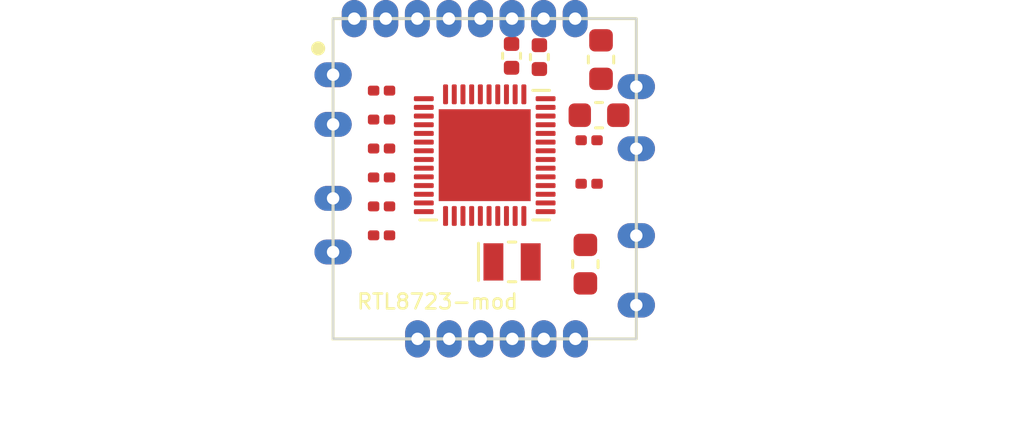
<source format=kicad_pcb>
(kicad_pcb (version 20210126) (generator pcbnew)
  (layers (0 "F.Cu" signal) (31 "B.Cu" signal) (34 "B.Paste" user) (35 "F.Paste" user) (36 "B.SilkS" user "B.Silkscreen") (37 "F.SilkS" user "F.Silkscreen") (38 "B.Mask" user) (39 "F.Mask" user) (44 "Edge.Cuts" user))
  (net 0 "")
  (footprint "Capacitor_SMD:C_0402_1005Metric" (layer "F.Cu") (at 141.4 82.15 90)
    (fp_text reference "C12" hide)
    (fp_text value "med")
    (fp_line (start -0.107836 0.36) (end 0.107836 0.36) (layer "F.SilkS") (width 0.12))
    (fp_line (start -0.107836 -0.36) (end 0.107836 -0.36) (layer "F.SilkS") (width 0.12))
    (pad "1" smd roundrect (at -0.48 0 90) (size 0.56 0.62) (layers "F.Cu" "F.Paste" "F.Mask"))
    (pad "2" smd roundrect (at 0.48 0 90) (size 0.56 0.62) (layers "F.Cu" "F.Paste" "F.Mask"))
  )
  (footprint "Capacitor_SMD:C_0201_0603Metric" (layer "F.Cu") (at 135.05 85.832 180)
    (fp_text reference "C1" hide)
    (fp_text value "tiny")
    (pad "1" smd roundrect (at -0.32 0 180) (size 0.46 0.4) (layers "F.Cu" "F.Mask"))
    (pad "2" smd roundrect (at 0.32 0 180) (size 0.46 0.4) (layers "F.Cu" "F.Mask"))
  )
  (footprint "Capacitor_SMD:C_0603_1608Metric" (layer "F.Cu") (at 143.88 82.25 90)
    (fp_text reference "C13" hide)
    (fp_text value "big")
    (fp_line (start -0.14058 0.51) (end 0.14058 0.51) (layer "F.SilkS") (width 0.12))
    (fp_line (start -0.14058 -0.51) (end 0.14058 -0.51) (layer "F.SilkS") (width 0.12))
    (pad "1" smd roundrect (at -0.775 0 90) (size 0.9 0.95) (layers "F.Cu" "F.Paste" "F.Mask"))
    (pad "2" smd roundrect (at 0.775 0 90) (size 0.9 0.95) (layers "F.Cu" "F.Paste" "F.Mask"))
  )
  (footprint "Capacitor_SMD:C_0603_1608Metric" (layer "F.Cu") (at 143.25 90.49 90)
    (fp_text reference "C10" hide)
    (fp_text value "big")
    (fp_line (start -0.14058 0.51) (end 0.14058 0.51) (layer "F.SilkS") (width 0.12))
    (fp_line (start -0.14058 -0.51) (end 0.14058 -0.51) (layer "F.SilkS") (width 0.12))
    (pad "1" smd roundrect (at -0.775 0 90) (size 0.9 0.95) (layers "F.Cu" "F.Paste" "F.Mask"))
    (pad "2" smd roundrect (at 0.775 0 90) (size 0.9 0.95) (layers "F.Cu" "F.Paste" "F.Mask"))
  )
  (footprint "Capacitor_SMD:C_0201_0603Metric" (layer "F.Cu") (at 135.05 88.164 180)
    (fp_text reference "C5" hide)
    (fp_text value "tiny")
    (pad "1" smd roundrect (at -0.32 0 180) (size 0.46 0.4) (layers "F.Cu" "F.Mask"))
    (pad "2" smd roundrect (at 0.32 0 180) (size 0.46 0.4) (layers "F.Cu" "F.Mask"))
  )
  (footprint "et-parts:FSC-BW112D" (layer "F.Cu") (at 133.1 93.5)
    (fp_text reference "U1" hide)
    (fp_text value "FSC-BW112D")
    (fp_rect (start 0 0) (end 12.2 -12.9) (layer "F.SilkS") (width 0.12) (fill none))
    (fp_circle (center -0.6 -11.7) (end -0.376393 -11.7) (layer "F.SilkS") (width 0.12) (fill solid))
    (pad "1" thru_hole oval (at 0 -10.64) (size 1.5 1) (drill 0.5) (layers *.Cu *.Mask))
    (pad "2" thru_hole oval (at 0 -8.64) (size 1.5 1) (drill 0.5) (layers *.Cu *.Mask))
    (pad "3" thru_hole oval (at 0 -5.66) (size 1.5 1) (drill 0.5) (layers *.Cu *.Mask))
    (pad "4" thru_hole oval (at 0 -3.5) (size 1.5 1) (drill 0.5) (layers *.Cu *.Mask))
    (pad "5" thru_hole oval (at 3.4 0 90) (size 1.5 1) (drill 0.5) (layers *.Cu *.Mask))
    (pad "6" thru_hole oval (at 4.67 0 90) (size 1.5 1) (drill 0.5) (layers *.Cu *.Mask))
    (pad "7" thru_hole oval (at 5.94 0 90) (size 1.5 1) (drill 0.5) (layers *.Cu *.Mask))
    (pad "8" thru_hole oval (at 7.21 0 90) (size 1.5 1) (drill 0.5) (layers *.Cu *.Mask))
    (pad "9" thru_hole oval (at 8.48 0 90) (size 1.5 1) (drill 0.5) (layers *.Cu *.Mask))
    (pad "10" thru_hole oval (at 9.75 0 90) (size 1.5 1) (drill 0.5) (layers *.Cu *.Mask))
    (pad "11" thru_hole oval (at 12.2 -1.36) (size 1.5 1) (drill 0.5) (layers *.Cu *.Mask))
    (pad "12" thru_hole oval (at 12.2 -4.16) (size 1.5 1) (drill 0.5) (layers *.Cu *.Mask))
    (pad "13" thru_hole oval (at 12.2 -7.66) (size 1.5 1) (drill 0.5) (layers *.Cu *.Mask))
    (pad "14" thru_hole oval (at 12.2 -10.16) (size 1.5 1) (drill 0.5) (layers *.Cu *.Mask))
    (pad "15" thru_hole oval (at 9.74 -12.9 90) (size 1.5 1) (drill 0.5) (layers *.Cu *.Mask))
    (pad "16" thru_hole oval (at 8.47 -12.9 90) (size 1.5 1) (drill 0.5) (layers *.Cu *.Mask))
    (pad "17" thru_hole oval (at 7.2 -12.9 90) (size 1.5 1) (drill 0.5) (layers *.Cu *.Mask))
    (pad "18" thru_hole oval (at 5.93 -12.9 90) (size 1.5 1) (drill 0.5) (layers *.Cu *.Mask))
    (pad "19" thru_hole oval (at 4.66 -12.9 90) (size 1.5 1) (drill 0.5) (layers *.Cu *.Mask))
    (pad "20" thru_hole oval (at 3.39 -12.9 90) (size 1.5 1) (drill 0.5) (layers *.Cu *.Mask))
    (pad "21" thru_hole oval (at 2.12 -12.9 90) (size 1.5 1) (drill 0.5) (layers *.Cu *.Mask))
    (pad "22" thru_hole oval (at 0.85 -12.9 90) (size 1.5 1) (drill 0.5) (layers *.Cu *.Mask))
  )
  (footprint "Capacitor_SMD:C_0201_0603Metric" (layer "F.Cu") (at 135.05 83.5 180)
    (fp_text reference "C6" hide)
    (fp_text value "tiny")
    (pad "1" smd roundrect (at -0.32 0 180) (size 0.46 0.4) (layers "F.Cu" "F.Mask"))
    (pad "2" smd roundrect (at 0.32 0 180) (size 0.46 0.4) (layers "F.Cu" "F.Mask"))
  )
  (footprint "Capacitor_SMD:C_0603_1608Metric" (layer "F.Cu") (at 143.8 84.49)
    (fp_text reference "C9" hide)
    (fp_text value "big")
    (fp_line (start -0.14058 -0.51) (end 0.14058 -0.51) (layer "F.SilkS") (width 0.12))
    (fp_line (start -0.14058 0.51) (end 0.14058 0.51) (layer "F.SilkS") (width 0.12))
    (pad "1" smd roundrect (at -0.775 0) (size 0.9 0.95) (layers "F.Cu" "F.Paste" "F.Mask"))
    (pad "2" smd roundrect (at 0.775 0) (size 0.9 0.95) (layers "F.Cu" "F.Paste" "F.Mask"))
  )
  (footprint "Crystal:Crystal_SMD_MicroCrystal_CC8V-T1A-2Pin_2.0x1.2mm" (layer "F.Cu") (at 140.3 90.4)
    (fp_text reference "REF**" hide)
    (fp_text value "Crystal_SMD_MicroCrystal_CC8V-T1A-2Pin_2.0x1.2mm")
    (fp_line (start -1.35 -0.75) (end -1.35 0.75) (layer "F.SilkS") (width 0.12))
    (fp_line (start -0.15 -0.8) (end 0.15 -0.8) (layer "F.SilkS") (width 0.12))
    (fp_line (start -0.15 0.8) (end 0.15 0.8) (layer "F.SilkS") (width 0.12))
    (pad "1" smd rect (at -0.75 0) (size 0.8 1.5) (layers "F.Cu" "F.Paste" "F.Mask"))
    (pad "2" smd rect (at 0.75 0) (size 0.8 1.5) (layers "F.Cu" "F.Paste" "F.Mask"))
  )
  (footprint "Capacitor_SMD:C_0201_0603Metric" (layer "F.Cu") (at 135.05 84.666 180)
    (fp_text reference "C4" hide)
    (fp_text value "tiny")
    (pad "1" smd roundrect (at -0.32 0 180) (size 0.46 0.4) (layers "F.Cu" "F.Mask"))
    (pad "2" smd roundrect (at 0.32 0 180) (size 0.46 0.4) (layers "F.Cu" "F.Mask"))
  )
  (footprint "Capacitor_SMD:C_0201_0603Metric" (layer "F.Cu") (at 135.05 89.33 180)
    (fp_text reference "C2" hide)
    (fp_text value "tiny")
    (pad "1" smd roundrect (at -0.32 0 180) (size 0.46 0.4) (layers "F.Cu" "F.Mask"))
    (pad "2" smd roundrect (at 0.32 0 180) (size 0.46 0.4) (layers "F.Cu" "F.Mask"))
  )
  (footprint "Capacitor_SMD:C_0402_1005Metric" (layer "F.Cu") (at 140.28 82.1 90)
    (fp_text reference "C11" hide)
    (fp_text value "med")
    (fp_line (start -0.107836 -0.36) (end 0.107836 -0.36) (layer "F.SilkS") (width 0.12))
    (fp_line (start -0.107836 0.36) (end 0.107836 0.36) (layer "F.SilkS") (width 0.12))
    (pad "1" smd roundrect (at -0.48 0 90) (size 0.56 0.62) (layers "F.Cu" "F.Paste" "F.Mask"))
    (pad "2" smd roundrect (at 0.48 0 90) (size 0.56 0.62) (layers "F.Cu" "F.Paste" "F.Mask"))
  )
  (footprint "Capacitor_SMD:C_0201_0603Metric" (layer "F.Cu") (at 143.4 85.5 180)
    (fp_text reference "C8" hide)
    (fp_text value "tiny")
    (pad "1" smd roundrect (at -0.32 0 180) (size 0.46 0.4) (layers "F.Cu" "F.Mask"))
    (pad "2" smd roundrect (at 0.32 0 180) (size 0.46 0.4) (layers "F.Cu" "F.Mask"))
  )
  (footprint "Capacitor_SMD:C_0201_0603Metric" (layer "F.Cu") (at 135.05 86.998 180)
    (fp_text reference "C7" hide)
    (fp_text value "tiny")
    (pad "1" smd roundrect (at -0.32 0 180) (size 0.46 0.4) (layers "F.Cu" "F.Mask"))
    (pad "2" smd roundrect (at 0.32 0 180) (size 0.46 0.4) (layers "F.Cu" "F.Mask"))
  )
  (footprint "Package_DFN_QFN:QFN-48-1EP_5x5mm_P0.35mm_EP3.7x3.7mm" (layer "F.Cu") (at 139.2 86.1)
    (fp_text reference "REF**" hide)
    (fp_text value "QFN-48-1EP_5x5mm_P0.35mm_EP3.7x3.7mm")
    (fp_line (start 1.935 -2.61) (end 2.61 -2.61) (layer "F.SilkS") (width 0.12))
    (fp_line (start 1.935 2.61) (end 2.61 2.61) (layer "F.SilkS") (width 0.12))
    (fp_line (start -1.935 2.61) (end -2.61 2.61) (layer "F.SilkS") (width 0.12))
    (pad "1" smd roundrect (at -2.45 -2.275) (size 0.8 0.2) (layers "F.Cu" "F.Paste" "F.Mask"))
    (pad "2" smd roundrect (at -2.45 -1.925) (size 0.8 0.2) (layers "F.Cu" "F.Paste" "F.Mask"))
    (pad "3" smd roundrect (at -2.45 -1.575) (size 0.8 0.2) (layers "F.Cu" "F.Paste" "F.Mask"))
    (pad "4" smd roundrect (at -2.45 -1.225) (size 0.8 0.2) (layers "F.Cu" "F.Paste" "F.Mask"))
    (pad "5" smd roundrect (at -2.45 -0.875) (size 0.8 0.2) (layers "F.Cu" "F.Paste" "F.Mask"))
    (pad "6" smd roundrect (at -2.45 -0.525) (size 0.8 0.2) (layers "F.Cu" "F.Paste" "F.Mask"))
    (pad "7" smd roundrect (at -2.45 -0.175) (size 0.8 0.2) (layers "F.Cu" "F.Paste" "F.Mask"))
    (pad "8" smd roundrect (at -2.45 0.175) (size 0.8 0.2) (layers "F.Cu" "F.Paste" "F.Mask"))
    (pad "9" smd roundrect (at -2.45 0.525) (size 0.8 0.2) (layers "F.Cu" "F.Paste" "F.Mask"))
    (pad "10" smd roundrect (at -2.45 0.875) (size 0.8 0.2) (layers "F.Cu" "F.Paste" "F.Mask"))
    (pad "11" smd roundrect (at -2.45 1.225) (size 0.8 0.2) (layers "F.Cu" "F.Paste" "F.Mask"))
    (pad "12" smd roundrect (at -2.45 1.575) (size 0.8 0.2) (layers "F.Cu" "F.Paste" "F.Mask"))
    (pad "13" smd roundrect (at -2.45 1.925) (size 0.8 0.2) (layers "F.Cu" "F.Paste" "F.Mask"))
    (pad "14" smd roundrect (at -2.45 2.275) (size 0.8 0.2) (layers "F.Cu" "F.Paste" "F.Mask"))
    (pad "15" smd roundrect (at -1.575 2.45) (size 0.2 0.8) (layers "F.Cu" "F.Paste" "F.Mask"))
    (pad "16" smd roundrect (at -1.225 2.45) (size 0.2 0.8) (layers "F.Cu" "F.Paste" "F.Mask"))
    (pad "17" smd roundrect (at -0.875 2.45) (size 0.2 0.8) (layers "F.Cu" "F.Paste" "F.Mask"))
    (pad "18" smd roundrect (at -0.525 2.45) (size 0.2 0.8) (layers "F.Cu" "F.Paste" "F.Mask"))
    (pad "19" smd roundrect (at -0.175 2.45) (size 0.2 0.8) (layers "F.Cu" "F.Paste" "F.Mask"))
    (pad "20" smd roundrect (at 0.175 2.45) (size 0.2 0.8) (layers "F.Cu" "F.Paste" "F.Mask"))
    (pad "21" smd roundrect (at 0.525 2.45) (size 0.2 0.8) (layers "F.Cu" "F.Paste" "F.Mask"))
    (pad "22" smd roundrect (at 0.875 2.45) (size 0.2 0.8) (layers "F.Cu" "F.Paste" "F.Mask"))
    (pad "23" smd roundrect (at 1.225 2.45) (size 0.2 0.8) (layers "F.Cu" "F.Paste" "F.Mask"))
    (pad "24" smd roundrect (at 1.575 2.45) (size 0.2 0.8) (layers "F.Cu" "F.Paste" "F.Mask"))
    (pad "25" smd roundrect (at 2.45 2.275) (size 0.8 0.2) (layers "F.Cu" "F.Paste" "F.Mask"))
    (pad "26" smd roundrect (at 2.45 1.925) (size 0.8 0.2) (layers "F.Cu" "F.Paste" "F.Mask"))
    (pad "27" smd roundrect (at 2.45 1.575) (size 0.8 0.2) (layers "F.Cu" "F.Paste" "F.Mask"))
    (pad "28" smd roundrect (at 2.45 1.225) (size 0.8 0.2) (layers "F.Cu" "F.Paste" "F.Mask"))
    (pad "29" smd roundrect (at 2.45 0.875) (size 0.8 0.2) (layers "F.Cu" "F.Paste" "F.Mask"))
    (pad "30" smd roundrect (at 2.45 0.525) (size 0.8 0.2) (layers "F.Cu" "F.Paste" "F.Mask"))
    (pad "31" smd roundrect (at 2.45 0.175) (size 0.8 0.2) (layers "F.Cu" "F.Paste" "F.Mask"))
    (pad "32" smd roundrect (at 2.45 -0.175) (size 0.8 0.2) (layers "F.Cu" "F.Paste" "F.Mask"))
    (pad "33" smd roundrect (at 2.45 -0.525) (size 0.8 0.2) (layers "F.Cu" "F.Paste" "F.Mask"))
    (pad "34" smd roundrect (at 2.45 -0.875) (size 0.8 0.2) (layers "F.Cu" "F.Paste" "F.Mask"))
    (pad "35" smd roundrect (at 2.45 -1.225) (size 0.8 0.2) (layers "F.Cu" "F.Paste" "F.Mask"))
    (pad "36" smd roundrect (at 2.45 -1.575) (size 0.8 0.2) (layers "F.Cu" "F.Paste" "F.Mask"))
    (pad "37" smd roundrect (at 2.45 -1.925) (size 0.8 0.2) (layers "F.Cu" "F.Paste" "F.Mask"))
    (pad "38" smd roundrect (at 2.45 -2.275) (size 0.8 0.2) (layers "F.Cu" "F.Paste" "F.Mask"))
    (pad "39" smd roundrect (at 1.575 -2.45) (size 0.2 0.8) (layers "F.Cu" "F.Paste" "F.Mask"))
    (pad "40" smd roundrect (at 1.225 -2.45) (size 0.2 0.8) (layers "F.Cu" "F.Paste" "F.Mask"))
    (pad "41" smd roundrect (at 0.875 -2.45) (size 0.2 0.8) (layers "F.Cu" "F.Paste" "F.Mask"))
    (pad "42" smd roundrect (at 0.525 -2.45) (size 0.2 0.8) (layers "F.Cu" "F.Paste" "F.Mask"))
    (pad "43" smd roundrect (at 0.175 -2.45) (size 0.2 0.8) (layers "F.Cu" "F.Paste" "F.Mask"))
    (pad "44" smd roundrect (at -0.175 -2.45) (size 0.2 0.8) (layers "F.Cu" "F.Paste" "F.Mask"))
    (pad "45" smd roundrect (at -0.525 -2.45) (size 0.2 0.8) (layers "F.Cu" "F.Paste" "F.Mask"))
    (pad "46" smd roundrect (at -0.875 -2.45) (size 0.2 0.8) (layers "F.Cu" "F.Paste" "F.Mask"))
    (pad "47" smd roundrect (at -1.225 -2.45) (size 0.2 0.8) (layers "F.Cu" "F.Paste" "F.Mask"))
    (pad "48" smd roundrect (at -1.575 -2.45) (size 0.2 0.8) (layers "F.Cu" "F.Paste" "F.Mask"))
    (pad "49" smd rect (at 0 0) (size 3.7 3.7) (layers "F.Cu" "F.Mask"))
  )
  (footprint "Capacitor_SMD:C_0201_0603Metric" (layer "F.Cu") (at 143.4 87.25 180)
    (fp_text reference "C3" hide)
    (fp_text value "tiny")
    (pad "1" smd roundrect (at -0.32 0 180) (size 0.46 0.4) (layers "F.Cu" "F.Mask"))
    (pad "2" smd roundrect (at 0.32 0 180) (size 0.46 0.4) (layers "F.Cu" "F.Mask"))
  )
  (gr_rect (start 145.3 80.6) (end 133.1 93.5) (layer "Edge.Cuts") (width 0.1) (fill none))
  (gr_text "RTL8723-mod" (at 137.3 92) (layer "F.SilkS") (effects (font (size 0.6 0.6) (thickness 0.1))))
)
</source>
